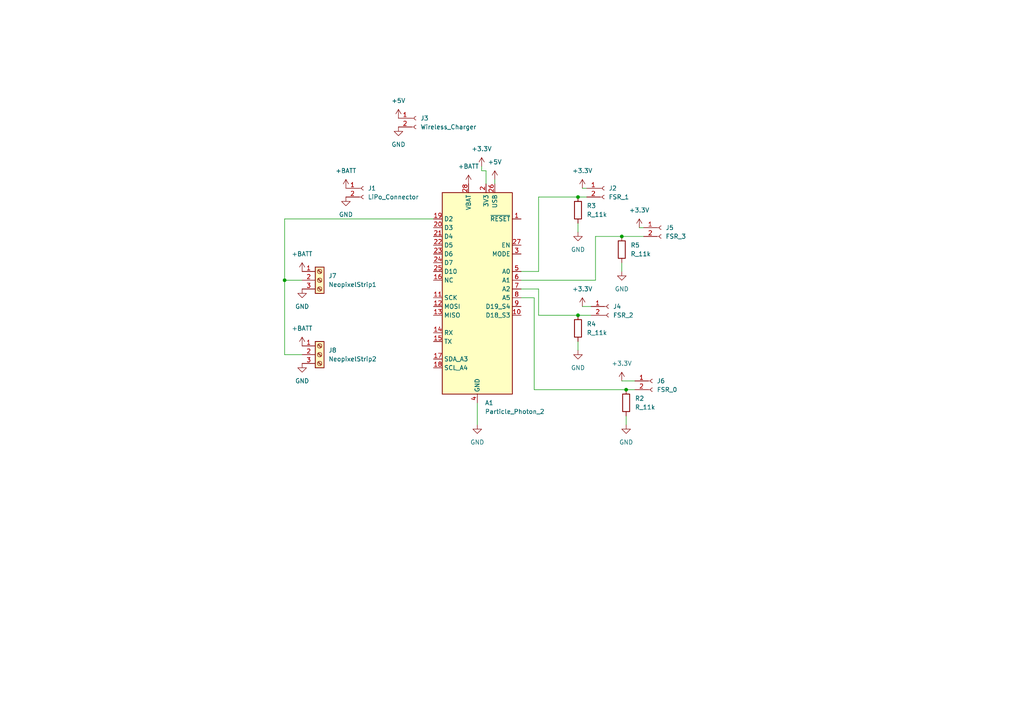
<source format=kicad_sch>
(kicad_sch (version 20231120) (generator "eeschema") (generator_version "8.0")
  (paper "A4")
  (lib_symbols
    (symbol "Connector:Conn_01x02_Socket" (pin_names (offset 1.016) hide)
      (property "Reference" "J" (at 0 2.54 0))
      (property "Value" "Conn_01x02_Socket" (at 0 -5.08 0))
      (symbol "Conn_01x02_Socket_1_1"
        (arc (start 0 -2.032) (mid -0.5058 -2.54) (end 0 -3.048) (stroke (width 0.1524)))
        (polyline (pts (xy -1.27 -2.54) (xy -0.508 -2.54)) (stroke (width 0.1524)))
        (polyline (pts (xy -1.27 0) (xy -0.508 0)) (stroke (width 0.1524)))
        (arc (start 0 0.508) (mid -0.5058 0) (end 0 -0.508) (stroke (width 0.1524)))
        (pin passive line (at -5.08 0 0) (length 3.81) (name "Pin_1") (number "1"))
        (pin passive line (at -5.08 -2.54 0) (length 3.81) (name "Pin_2") (number "2"))
      )
    )
    (symbol "Connector:Screw_Terminal_01x03" (pin_names (offset 1.016) hide)
      (property "Reference" "J" (at 0 5.08 0))
      (property "Value" "Screw_Terminal_01x03" (at 0 -5.08 0))
      (symbol "Screw_Terminal_01x03_1_1"
        (rectangle (start -1.27 3.81) (end 1.27 -3.81) (stroke (width 0.254)) (fill (type background)))
        (circle (center 0 -2.54) (radius 0.635) (stroke (width 0.1524)))
        (polyline (pts (xy -0.5334 -2.2098) (xy 0.3302 -3.048)) (stroke (width 0.1524)))
        (polyline (pts (xy -0.5334 0.3302) (xy 0.3302 -0.508)) (stroke (width 0.1524)))
        (polyline (pts (xy -0.5334 2.8702) (xy 0.3302 2.032)) (stroke (width 0.1524)))
        (polyline (pts (xy -0.3556 -2.032) (xy 0.508 -2.8702)) (stroke (width 0.1524)))
        (polyline (pts (xy -0.3556 0.508) (xy 0.508 -0.3302)) (stroke (width 0.1524)))
        (polyline (pts (xy -0.3556 3.048) (xy 0.508 2.2098)) (stroke (width 0.1524)))
        (circle (center 0 0) (radius 0.635) (stroke (width 0.1524)))
        (circle (center 0 2.54) (radius 0.635) (stroke (width 0.1524)))
        (pin passive line (at -5.08 2.54 0) (length 3.81) (name "Pin_1") (number "1"))
        (pin passive line (at -5.08 0 0) (length 3.81) (name "Pin_2") (number "2"))
        (pin passive line (at -5.08 -2.54 0) (length 3.81) (name "Pin_3") (number "3"))
      )
    )
    (symbol "Device:R" (pin_numbers hide) (pin_names (offset 0))
      (property "Reference" "R" (at 2.032 0 90))
      (property "Value" "R" (at 0 0 90))
      (symbol "R_0_1"
        (rectangle (start -1.016 -2.54) (end 1.016 2.54) (stroke (width 0.254)))
      )
      (symbol "R_1_1"
        (pin passive line (at 0 3.81 270) (length 1.27) (name "~") (number "1"))
        (pin passive line (at 0 -3.81 90) (length 1.27) (name "~") (number "2"))
      )
    )
    (symbol "ParticlePhoton2:Photon_2"
      (property "Reference" "A" (at -10.16 29.21 0))
      (property "Value" "Particle_Photon_2" (at 2.54 -31.75 0))
      (symbol "Photon_2_0_1"
        (rectangle (start -10.16 27.94) (end 10.16 -30.48) (stroke (width 0.254)) (fill (type background)))
      )
      (symbol "Photon_2_1_1"
        (pin input line (at 12.7 20.32 180) (length 2.54) (name "~{RESET}") (number "1"))
        (pin bidirectional line (at 12.7 -7.62 180) (length 2.54) (name "D18_S3") (number "10"))
        (pin bidirectional line (at -12.7 -2.54 0) (length 2.54) (name "SCK") (number "11"))
        (pin bidirectional line (at -12.7 -5.08 0) (length 2.54) (name "MOSI") (number "12"))
        (pin bidirectional line (at -12.7 -7.62 0) (length 2.54) (name "MISO") (number "13"))
        (pin bidirectional line (at -12.7 -12.7 0) (length 2.54) (name "RX") (number "14"))
        (pin bidirectional line (at -12.7 -15.24 0) (length 2.54) (name "TX") (number "15"))
        (pin bidirectional line (at -12.7 2.54 0) (length 2.54) (name "NC") (number "16"))
        (pin bidirectional line (at -12.7 -20.32 0) (length 2.54) (name "SDA_A3") (number "17"))
        (pin bidirectional line (at -12.7 -22.86 0) (length 2.54) (name "SCL_A4") (number "18"))
        (pin bidirectional line (at -12.7 20.32 0) (length 2.54) (name "D2") (number "19"))
        (pin power_in line (at 2.54 30.48 270) (length 2.54) (name "3V3") (number "2"))
        (pin bidirectional line (at -12.7 17.78 0) (length 2.54) (name "D3") (number "20"))
        (pin bidirectional line (at -12.7 15.24 0) (length 2.54) (name "D4") (number "21"))
        (pin bidirectional line (at -12.7 12.7 0) (length 2.54) (name "D5") (number "22"))
        (pin bidirectional line (at -12.7 10.16 0) (length 2.54) (name "D6") (number "23"))
        (pin bidirectional line (at -12.7 7.62 0) (length 2.54) (name "D7") (number "24"))
        (pin bidirectional line (at -12.7 5.08 0) (length 2.54) (name "D10") (number "25"))
        (pin power_in line (at 5.08 30.48 270) (length 2.54) (name "USB") (number "26"))
        (pin input line (at 12.7 12.7 180) (length 2.54) (name "EN") (number "27"))
        (pin power_in line (at -2.54 30.48 270) (length 2.54) (name "VBAT") (number "28"))
        (pin input line (at 12.7 10.16 180) (length 2.54) (name "MODE") (number "3"))
        (pin power_in line (at 0 -33.02 90) (length 2.54) (name "GND") (number "4"))
        (pin bidirectional line (at 12.7 5.08 180) (length 2.54) (name "A0") (number "5"))
        (pin bidirectional line (at 12.7 2.54 180) (length 2.54) (name "A1") (number "6"))
        (pin bidirectional line (at 12.7 0 180) (length 2.54) (name "A2") (number "7"))
        (pin bidirectional line (at 12.7 -2.54 180) (length 2.54) (name "A5") (number "8"))
        (pin bidirectional line (at 12.7 -5.08 180) (length 2.54) (name "D19_S4") (number "9"))
      )
    )
    (symbol "power:+3.3V" (power) (pin_names (offset 0))
      (property "Value" "+3.3V" (at 0 3.556 0))
      (symbol "+3.3V_0_1"
        (polyline (pts (xy -0.762 1.27) (xy 0 2.54)))
        (polyline (pts (xy 0 0) (xy 0 2.54)))
        (polyline (pts (xy 0 2.54) (xy 0.762 1.27)))
      )
      (symbol "+3.3V_1_1"
        (pin power_in line (at 0 0 90) (length 0) hide (name "+3.3V") (number "1"))
      )
    )
    (symbol "power:+5V" (power) (pin_names (offset 0))
      (property "Value" "+5V" (at 0 3.556 0))
      (symbol "+5V_0_1"
        (polyline (pts (xy -0.762 1.27) (xy 0 2.54)))
        (polyline (pts (xy 0 0) (xy 0 2.54)))
        (polyline (pts (xy 0 2.54) (xy 0.762 1.27)))
      )
      (symbol "+5V_1_1"
        (pin power_in line (at 0 0 90) (length 0) hide (name "+5V") (number "1"))
      )
    )
    (symbol "power:+BATT" (power) (pin_names (offset 0))
      (property "Value" "+BATT" (at 0 3.556 0))
      (symbol "+BATT_0_1"
        (polyline (pts (xy -0.762 1.27) (xy 0 2.54)))
        (polyline (pts (xy 0 0) (xy 0 2.54)))
        (polyline (pts (xy 0 2.54) (xy 0.762 1.27)))
      )
      (symbol "+BATT_1_1"
        (pin power_in line (at 0 0 90) (length 0) hide (name "+BATT") (number "1"))
      )
    )
    (symbol "power:GND" (power) (pin_names (offset 0))
      (property "Value" "GND" (at 0 -3.81 0))
      (symbol "GND_0_1"
        (polyline (pts (xy 0 0) (xy 0 -1.27) (xy 1.27 -1.27) (xy 0 -2.54) (xy -1.27 -1.27) (xy 0 -1.27)))
      )
      (symbol "GND_1_1"
        (pin power_in line (at 0 0 270) (length 0) hide (name "GND") (number "1"))
      )
    )
  )
  (junction (at 167.64 91.44))
  (junction (at 82.55 81.28))
  (junction (at 181.61 113.03))
  (junction (at 180.34 68.58))
  (junction (at 167.64 57.15))
  (wire (pts (xy 154.94 113.03) (xy 154.94 86.36)))
  (wire (pts (xy 172.72 68.58) (xy 180.34 68.58)))
  (wire (pts (xy 167.64 91.44) (xy 171.45 91.44)))
  (wire (pts (xy 181.61 113.03) (xy 184.15 113.03)))
  (wire (pts (xy 139.7 48.26) (xy 139.7 49.53)))
  (wire (pts (xy 156.21 83.82) (xy 156.21 91.44)))
  (wire (pts (xy 151.13 83.82) (xy 156.21 83.82)))
  (wire (pts (xy 156.21 78.74) (xy 156.21 57.15)))
  (wire (pts (xy 172.72 81.28) (xy 172.72 68.58)))
  (wire (pts (xy 168.91 54.61) (xy 170.18 54.61)))
  (wire (pts (xy 167.64 57.15) (xy 170.18 57.15)))
  (wire (pts (xy 167.64 64.77) (xy 167.64 67.31)))
  (wire (pts (xy 156.21 91.44) (xy 167.64 91.44)))
  (wire (pts (xy 186.69 68.58) (xy 180.34 68.58)))
  (wire (pts (xy 87.63 102.87) (xy 82.55 102.87)))
  (wire (pts (xy 168.91 88.9) (xy 171.45 88.9)))
  (wire (pts (xy 138.43 116.84) (xy 138.43 123.19)))
  (wire (pts (xy 154.94 86.36) (xy 151.13 86.36)))
  (wire (pts (xy 167.64 99.06) (xy 167.64 101.6)))
  (wire (pts (xy 143.51 52.07) (xy 143.51 53.34)))
  (wire (pts (xy 87.63 81.28) (xy 82.55 81.28)))
  (wire (pts (xy 139.7 49.53) (xy 140.97 49.53)))
  (wire (pts (xy 180.34 76.2) (xy 180.34 78.74)))
  (wire (pts (xy 82.55 63.5) (xy 82.55 81.28)))
  (wire (pts (xy 181.61 113.03) (xy 154.94 113.03)))
  (wire (pts (xy 185.42 66.04) (xy 186.69 66.04)))
  (wire (pts (xy 82.55 102.87) (xy 82.55 81.28)))
  (wire (pts (xy 151.13 81.28) (xy 172.72 81.28)))
  (wire (pts (xy 82.55 63.5) (xy 125.73 63.5)))
  (wire (pts (xy 180.34 110.49) (xy 184.15 110.49)))
  (wire (pts (xy 181.61 120.65) (xy 181.61 123.19)))
  (wire (pts (xy 151.13 78.74) (xy 156.21 78.74)))
  (wire (pts (xy 156.21 57.15) (xy 167.64 57.15)))
  (wire (pts (xy 140.97 49.53) (xy 140.97 53.34)))
  (symbol (lib_id "Connector:Conn_01x02_Socket") (at 191.77 66.04 0) (unit 1)
    (property "Reference" "J5" (at 193.04 66.04 0) (effects (justify left)))
    (property "Value" "FSR_3" (at 193.04 68.58 0) (effects (justify left)))
    (property "Footprint" "TerminalBlock_Phoenix:TerminalBlock_Phoenix_MPT-0,5-2-2.54_1x02_P2.54mm_Horizontal" (effects (hide yes)))
  )
  (symbol (lib_id "power:GND") (at 138.43 123.19 0) (unit 1)
    (property "Reference" "#PWR01" (effects (hide yes)))
    (property "Value" "GND" (at 138.43 128.27 0))
  )
  (symbol (lib_id "power:+5V") (at 143.51 52.07 0) (unit 1)
    (property "Reference" "#PWR011" (effects (hide yes)))
    (property "Value" "+5V" (at 143.51 46.99 0))
  )
  (symbol (lib_id "power:GND") (at 115.57 36.83 0) (unit 1)
    (property "Reference" "#PWR016" (effects (hide yes)))
    (property "Value" "GND" (at 115.57 41.91 0))
  )
  (symbol (lib_id "power:GND") (at 181.61 123.19 0) (unit 1)
    (property "Reference" "#PWR02" (effects (hide yes)))
    (property "Value" "GND" (at 181.61 128.27 0))
  )
  (symbol (lib_id "Connector:Conn_01x02_Socket") (at 189.23 110.49 0) (unit 1)
    (property "Reference" "J6" (at 190.5 110.49 0) (effects (justify left)))
    (property "Value" "FSR_0" (at 190.5 113.03 0) (effects (justify left)))
    (property "Footprint" "TerminalBlock_Phoenix:TerminalBlock_Phoenix_MPT-0,5-2-2.54_1x02_P2.54mm_Horizontal" (effects (hide yes)))
  )
  (symbol (lib_id "power:GND") (at 100.33 57.15 0) (unit 1)
    (property "Reference" "#PWR013" (effects (hide yes)))
    (property "Value" "GND" (at 100.33 62.23 0))
  )
  (symbol (lib_id "power:+3.3V") (at 168.91 54.61 0) (unit 1)
    (property "Reference" "#PWR08" (effects (hide yes)))
    (property "Value" "+3.3V" (at 168.91 49.53 0))
  )
  (symbol (lib_id "Connector:Screw_Terminal_01x03") (at 92.71 102.87 0) (unit 1)
    (property "Reference" "J8" (at 95.25 101.6 0) (effects (justify left)))
    (property "Value" "NeopixelStrip2" (at 95.25 104.14 0) (effects (justify left)))
    (property "Footprint" "TerminalBlock_Phoenix:TerminalBlock_Phoenix_MPT-0,5-3-2.54_1x03_P2.54mm_Horizontal" (effects (hide yes)))
  )
  (symbol (lib_id "Device:R") (at 181.61 116.84 0) (unit 1)
    (property "Reference" "R2" (at 184.15 115.5699 0) (effects (justify left)))
    (property "Value" "R_11k" (at 184.15 118.1099 0) (effects (justify left)))
    (property "Footprint" "Resistor_THT:R_Axial_DIN0207_L6.3mm_D2.5mm_P7.62mm_Horizontal" (effects (hide yes)))
  )
  (symbol (lib_id "power:+BATT") (at 100.33 54.61 0) (unit 1)
    (property "Reference" "#PWR015" (effects (hide yes)))
    (property "Value" "+BATT" (at 100.33 49.53 0))
  )
  (symbol (lib_id "Device:R") (at 180.34 72.39 0) (unit 1)
    (property "Reference" "R5" (at 182.88 71.1199 0) (effects (justify left)))
    (property "Value" "R_11k" (at 182.88 73.6599 0) (effects (justify left)))
    (property "Footprint" "Resistor_THT:R_Axial_DIN0207_L6.3mm_D2.5mm_P7.62mm_Horizontal" (effects (hide yes)))
  )
  (symbol (lib_id "Connector:Conn_01x02_Socket") (at 120.65 34.29 0) (unit 1)
    (property "Reference" "J3" (at 121.92 34.29 0) (effects (justify left)))
    (property "Value" "Wireless_Charger" (at 121.92 36.83 0) (effects (justify left)))
    (property "Footprint" "TerminalBlock_Phoenix:TerminalBlock_Phoenix_MPT-0,5-2-2.54_1x02_P2.54mm_Horizontal" (effects (hide yes)))
  )
  (symbol (lib_id "Device:R") (at 167.64 95.25 0) (unit 1)
    (property "Reference" "R4" (at 170.18 93.9799 0) (effects (justify left)))
    (property "Value" "R_11k" (at 170.18 96.5199 0) (effects (justify left)))
    (property "Footprint" "Resistor_THT:R_Axial_DIN0207_L6.3mm_D2.5mm_P7.62mm_Horizontal" (effects (hide yes)))
  )
  (symbol (lib_id "power:+3.3V") (at 185.42 66.04 0) (unit 1)
    (property "Reference" "#PWR09" (effects (hide yes)))
    (property "Value" "+3.3V" (at 185.42 60.96 0))
  )
  (symbol (lib_id "power:GND") (at 180.34 78.74 0) (unit 1)
    (property "Reference" "#PWR05" (effects (hide yes)))
    (property "Value" "GND" (at 180.34 83.82 0))
  )
  (symbol (lib_id "ParticlePhoton2:Photon_2") (at 138.43 83.82 0) (unit 1)
    (property "Reference" "A1" (at 140.6241 116.84 0) (effects (justify left)))
    (property "Value" "Particle_Photon_2" (at 140.6241 119.38 0) (effects (justify left)))
    (property "Footprint" "ParticleBoards:Photon_2" (effects (hide yes)))
    (property "Datasheet" "https://cdn-learn.adafruit.com/downloads/pdf/adafruit-feather.pdf" (effects (hide yes)))
    (property "Description" "Microcontroller module in various flavor, generic symbol" (effects (hide yes)))
  )
  (symbol (lib_id "power:GND") (at 87.63 105.41 0) (unit 1)
    (property "Reference" "#PWR020" (effects (hide yes)))
    (property "Value" "GND" (at 87.63 110.49 0))
  )
  (symbol (lib_id "power:+BATT") (at 87.63 100.33 0) (unit 1)
    (property "Reference" "#PWR018" (effects (hide yes)))
    (property "Value" "+BATT" (at 87.63 95.25 0))
  )
  (symbol (lib_id "power:+3.3V") (at 168.91 88.9 0) (unit 1)
    (property "Reference" "#PWR010" (effects (hide yes)))
    (property "Value" "+3.3V" (at 168.91 83.82 0))
  )
  (symbol (lib_id "Device:R") (at 167.64 60.96 0) (unit 1)
    (property "Reference" "R3" (at 170.18 59.69 0) (effects (justify left)))
    (property "Value" "R_11k" (at 170.18 62.23 0) (effects (justify left)))
    (property "Footprint" "Resistor_THT:R_Axial_DIN0207_L6.3mm_D2.5mm_P7.62mm_Horizontal" (effects (hide yes)))
  )
  (symbol (lib_id "Connector:Screw_Terminal_01x03") (at 92.71 81.28 0) (unit 1)
    (property "Reference" "J7" (at 95.25 80.01 0) (effects (justify left)))
    (property "Value" "NeopixelStrip1" (at 95.25 82.55 0) (effects (justify left)))
    (property "Footprint" "TerminalBlock_Phoenix:TerminalBlock_Phoenix_MPT-0,5-3-2.54_1x03_P2.54mm_Horizontal" (effects (hide yes)))
  )
  (symbol (lib_id "Connector:Conn_01x02_Socket") (at 105.41 54.61 0) (unit 1)
    (property "Reference" "J1" (at 106.68 54.61 0) (effects (justify left)))
    (property "Value" "LiPo_Connector" (at 106.68 57.15 0) (effects (justify left)))
    (property "Footprint" "TerminalBlock_Phoenix:TerminalBlock_Phoenix_MPT-0,5-2-2.54_1x02_P2.54mm_Horizontal" (effects (hide yes)))
  )
  (symbol (lib_id "power:GND") (at 167.64 101.6 0) (unit 1)
    (property "Reference" "#PWR04" (effects (hide yes)))
    (property "Value" "GND" (at 167.64 106.68 0))
  )
  (symbol (lib_id "power:+BATT") (at 87.63 78.74 0) (unit 1)
    (property "Reference" "#PWR017" (effects (hide yes)))
    (property "Value" "+BATT" (at 87.63 73.66 0))
  )
  (symbol (lib_id "power:+BATT") (at 135.89 53.34 0) (unit 1)
    (property "Reference" "#PWR012" (effects (hide yes)))
    (property "Value" "+BATT" (at 135.89 48.26 0))
  )
  (symbol (lib_id "power:GND") (at 167.64 67.31 0) (unit 1)
    (property "Reference" "#PWR03" (effects (hide yes)))
    (property "Value" "GND" (at 167.64 72.39 0))
  )
  (symbol (lib_id "Connector:Conn_01x02_Socket") (at 176.53 88.9 0) (unit 1)
    (property "Reference" "J4" (at 177.8 88.9 0) (effects (justify left)))
    (property "Value" "FSR_2" (at 177.8 91.44 0) (effects (justify left)))
    (property "Footprint" "TerminalBlock_Phoenix:TerminalBlock_Phoenix_MPT-0,5-2-2.54_1x02_P2.54mm_Horizontal" (effects (hide yes)))
  )
  (symbol (lib_id "power:GND") (at 87.63 83.82 0) (unit 1)
    (property "Reference" "#PWR019" (effects (hide yes)))
    (property "Value" "GND" (at 87.63 88.9 0))
  )
  (symbol (lib_id "power:+5V") (at 115.57 34.29 0) (unit 1)
    (property "Reference" "#PWR014" (effects (hide yes)))
    (property "Value" "+5V" (at 115.57 29.21 0))
  )
  (symbol (lib_id "power:+3.3V") (at 180.34 110.49 0) (unit 1)
    (property "Reference" "#PWR07" (effects (hide yes)))
    (property "Value" "+3.3V" (at 180.34 105.41 0))
  )
  (symbol (lib_id "Connector:Conn_01x02_Socket") (at 175.26 54.61 0) (unit 1)
    (property "Reference" "J2" (at 176.53 54.61 0) (effects (justify left)))
    (property "Value" "FSR_1" (at 176.53 57.15 0) (effects (justify left)))
    (property "Footprint" "TerminalBlock_Phoenix:TerminalBlock_Phoenix_MPT-0,5-2-2.54_1x02_P2.54mm_Horizontal" (effects (hide yes)))
  )
  (symbol (lib_id "power:+3.3V") (at 139.7 48.26 0) (unit 1)
    (property "Reference" "#PWR06" (effects (hide yes)))
    (property "Value" "+3.3V" (at 139.7 43.18 0))
  )
)
</source>
